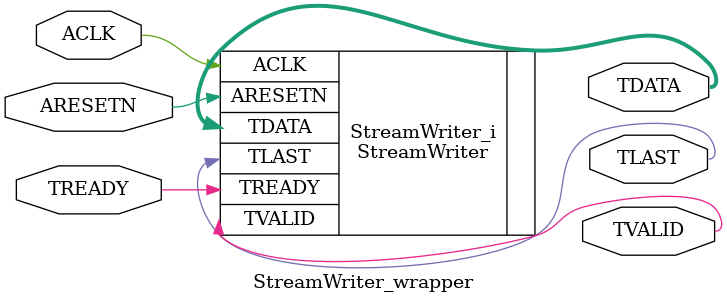
<source format=v>
`timescale 1 ps / 1 ps

module StreamWriter_wrapper
   (ACLK,
    ARESETN,
    TDATA,
    TLAST,
    TREADY,
    TVALID);
  input ACLK;
  input ARESETN;
  output [7:0]TDATA;
  output [0:0]TLAST;
  input [0:0]TREADY;
  output [0:0]TVALID;

  wire ACLK;
  wire ARESETN;
  wire [7:0]TDATA;
  wire [0:0]TLAST;
  wire [0:0]TREADY;
  wire [0:0]TVALID;

  StreamWriter StreamWriter_i
       (.ACLK(ACLK),
        .ARESETN(ARESETN),
        .TDATA(TDATA),
        .TLAST(TLAST),
        .TREADY(TREADY),
        .TVALID(TVALID));
endmodule

</source>
